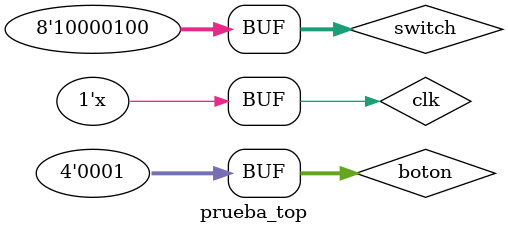
<source format=v>
`timescale 1ns / 1ps


module prueba_top;

reg clk =0; // 100MHZ

reg [7:0] switch;
reg [3:0] boton;
wire [3:0] anodo;
wire [7:0] catodo;

top UUT(clk, switch, boton, anodo, catodo);
always #5 clk =~clk;

initial 
begin
#100 switch[3:0] = 4; 
#1000 switch[7:4] = 8;
#100 boton = 1; 

end


endmodule

</source>
